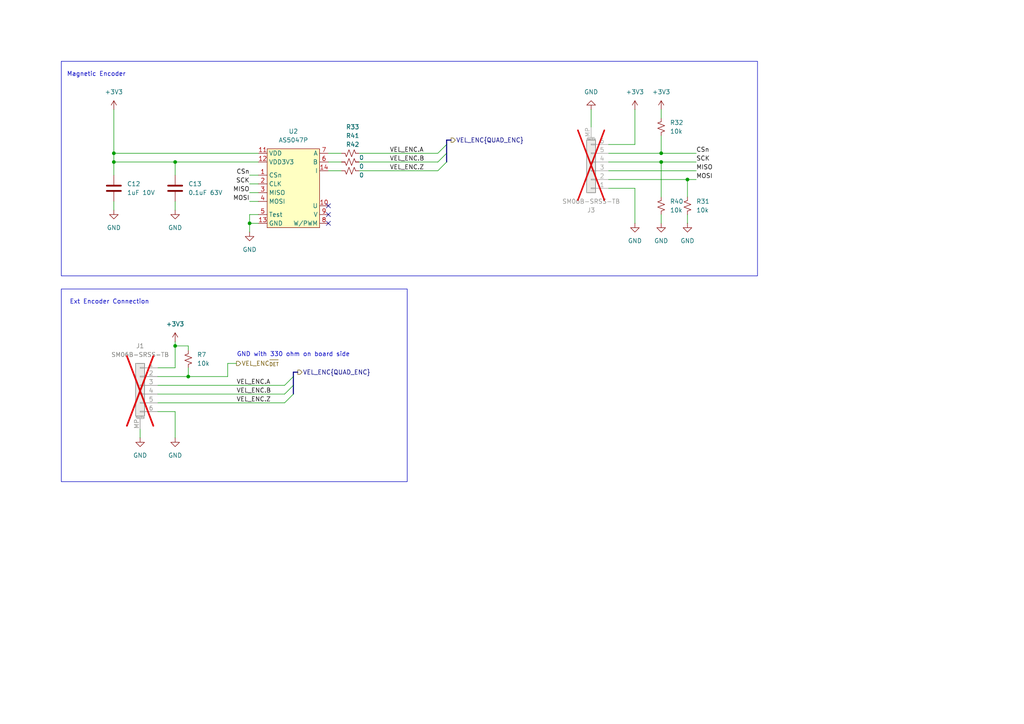
<source format=kicad_sch>
(kicad_sch (version 20250114) (generator "eeschema") (generator_version "9.0")
  (paper "A4")
  (lib_symbols
    (symbol "Connector_Generic_MountingPin:Conn_01x06_MountingPin" (pin_names (offset 1.016) (hide yes))
      (property "Reference" "J" (at 0 7.62 0))
      (property "Value" "Conn_01x06_MountingPin" (at 1.27 -10.16 0))
      (symbol "Conn_01x06_MountingPin_1_1"
        (rectangle (start -1.27 6.35) (end 1.27 -8.89) (stroke (width 0.254)) (fill (type background)))
        (rectangle (start -1.27 5.207) (end 0 4.953) (stroke (width 0.1524)))
        (rectangle (start -1.27 2.667) (end 0 2.413) (stroke (width 0.1524)))
        (rectangle (start -1.27 0.127) (end 0 -0.127) (stroke (width 0.1524)))
        (rectangle (start -1.27 -2.413) (end 0 -2.667) (stroke (width 0.1524)))
        (rectangle (start -1.27 -4.953) (end 0 -5.207) (stroke (width 0.1524)))
        (rectangle (start -1.27 -7.493) (end 0 -7.747) (stroke (width 0.1524)))
        (polyline (pts (xy -1.016 -9.652) (xy 1.016 -9.652)) (stroke (width 0.1524)))
        (text "Mounting" (at 0 -9.271 0) (effects (font (size 0.381 0.381))))
        (pin passive line (at -5.08 5.08 0) (length 3.81) (name "Pin_1") (number "1"))
        (pin passive line (at -5.08 2.54 0) (length 3.81) (name "Pin_2") (number "2"))
        (pin passive line (at -5.08 0 0) (length 3.81) (name "Pin_3") (number "3"))
        (pin passive line (at -5.08 -2.54 0) (length 3.81) (name "Pin_4") (number "4"))
        (pin passive line (at -5.08 -5.08 0) (length 3.81) (name "Pin_5") (number "5"))
        (pin passive line (at -5.08 -7.62 0) (length 3.81) (name "Pin_6") (number "6"))
        (pin passive line (at 0 -12.7 90) (length 3.048) (name "MountPin") (number "MP"))
      )
    )
    (symbol "Device:C" (pin_numbers (hide yes)) (pin_names (offset 0.254))
      (property "Reference" "C" (at 0.635 2.54 0))
      (property "Value" "C" (at 0.635 -2.54 0))
      (symbol "C_0_1"
        (polyline (pts (xy -2.032 0.762) (xy 2.032 0.762)) (stroke (width 0.508)))
        (polyline (pts (xy -2.032 -0.762) (xy 2.032 -0.762)) (stroke (width 0.508)))
      )
      (symbol "C_1_1"
        (pin passive line (at 0 3.81 270) (length 2.794) (name "~") (number "1"))
        (pin passive line (at 0 -3.81 90) (length 2.794) (name "~") (number "2"))
      )
    )
    (symbol "Device:R_Small_US" (pin_numbers (hide yes)) (pin_names (offset 0.254) (hide yes))
      (property "Reference" "R" (at 0.762 0.508 0))
      (property "Value" "R_Small_US" (at 0.762 -1.016 0))
      (symbol "R_Small_US_1_1"
        (polyline (pts (xy 0 1.524) (xy 1.016 1.143) (xy 0 0.762) (xy -1.016 0.381) (xy 0 0)))
        (polyline (pts (xy 0 0) (xy 1.016 -0.381) (xy 0 -0.762) (xy -1.016 -1.143) (xy 0 -1.524)))
        (pin passive line (at 0 2.54 270) (length 1.016) (name "~") (number "1"))
        (pin passive line (at 0 -2.54 90) (length 1.016) (name "~") (number "2"))
      )
    )
    (symbol "ams:AS5047P"
      (property "Reference" "U" (at -6.35 12.7 0))
      (property "Value" "AS5047P" (at -2.54 -12.7 0))
      (symbol "AS5047P_0_1"
        (rectangle (start -7.62 11.43) (end 7.62 -11.43) (stroke (width 0.1524)) (fill (type background)))
      )
      (symbol "AS5047P_1_1"
        (pin power_in line (at -10.16 10.16 0) (length 2.54) (name "VDD") (number "11"))
        (pin power_out line (at -10.16 7.62 0) (length 2.54) (name "VDD3V3") (number "12"))
        (pin input line (at -10.16 3.81 0) (length 2.54) (name "CSn") (number "1"))
        (pin input line (at -10.16 1.27 0) (length 2.54) (name "CLK") (number "2"))
        (pin output line (at -10.16 -1.27 0) (length 2.54) (name "MISO") (number "3"))
        (pin input line (at -10.16 -3.81 0) (length 2.54) (name "MOSI") (number "4"))
        (pin input line (at -10.16 -7.62 0) (length 2.54) (name "Test") (number "5"))
        (pin power_in line (at -10.16 -10.16 0) (length 2.54) (name "GND") (number "13"))
        (pin output line (at 10.16 10.16 180) (length 2.54) (name "A") (number "7"))
        (pin output line (at 10.16 7.62 180) (length 2.54) (name "B") (number "6"))
        (pin output line (at 10.16 5.08 180) (length 2.54) (name "I") (number "14"))
        (pin output line (at 10.16 -5.08 180) (length 2.54) (name "U") (number "10"))
        (pin output line (at 10.16 -7.62 180) (length 2.54) (name "V") (number "9"))
        (pin output line (at 10.16 -10.16 180) (length 2.54) (name "W/PWM") (number "8"))
      )
    )
    (symbol "power:+3V3" (power) (pin_numbers (hide yes)) (pin_names (offset 0) (hide yes))
      (property "Value" "+3V3" (at 0 3.556 0))
      (symbol "+3V3_0_1"
        (polyline (pts (xy -0.762 1.27) (xy 0 2.54)))
        (polyline (pts (xy 0 2.54) (xy 0.762 1.27)))
        (polyline (pts (xy 0 0) (xy 0 2.54)))
      )
      (symbol "+3V3_1_1"
        (pin power_in line (at 0 0 90) (length 0) (name "~") (number "1"))
      )
    )
    (symbol "power:GND" (power) (pin_numbers (hide yes)) (pin_names (offset 0) (hide yes))
      (property "Value" "GND" (at 0 -3.81 0))
      (symbol "GND_0_1"
        (polyline (pts (xy 0 0) (xy 0 -1.27) (xy 1.27 -1.27) (xy 0 -2.54) (xy -1.27 -1.27) (xy 0 -1.27)))
      )
      (symbol "GND_1_1"
        (pin power_in line (at 0 0 270) (length 0) (name "~") (number "1"))
      )
    )
  )
  (rectangle (start 17.78 17.78) (end 219.71 80.01))
  (rectangle (start 17.78 83.82) (end 118.11 139.7))
  (text "Ext Encoder Connection" (at 31.75 87.63 0) (effects (font (size 1.27 1.27))))
  (text "Magnetic Encoder" (at 27.94 21.59 0) (effects (font (size 1.27 1.27))))
  (text "GND with 330 ohm on board side" (at 85.09 102.87 0) (effects (font (size 1.27 1.27))))
  (junction (at 191.77 44.45))
  (junction (at 33.02 46.99))
  (junction (at 50.8 100.33))
  (junction (at 191.77 46.99))
  (junction (at 199.39 52.07))
  (junction (at 54.61 109.22))
  (junction (at 72.39 64.77))
  (junction (at 50.8 46.99))
  (junction (at 33.02 44.45))
  (no_connect (at 95.25 59.69))
  (no_connect (at 95.25 64.77))
  (no_connect (at 95.25 62.23))
  (bus_entry (at 85.09 109.22) (size -2.54 2.54))
  (bus_entry (at 85.09 111.76) (size -2.54 2.54))
  (bus_entry (at 85.09 114.3) (size -2.54 2.54))
  (bus_entry (at 129.54 46.99) (size -2.54 2.54))
  (bus_entry (at 129.54 41.91) (size -2.54 2.54))
  (bus_entry (at 129.54 44.45) (size -2.54 2.54))
  (wire (pts (xy 176.53 44.45) (xy 191.77 44.45)))
  (wire (pts (xy 176.53 54.61) (xy 184.15 54.61)))
  (bus (pts (xy 85.09 109.22) (xy 85.09 111.76)))
  (wire (pts (xy 191.77 31.75) (xy 191.77 34.29)))
  (wire (pts (xy 54.61 100.33) (xy 50.8 100.33)))
  (wire (pts (xy 68.58 105.41) (xy 66.04 105.41)))
  (wire (pts (xy 191.77 46.99) (xy 201.93 46.99)))
  (wire (pts (xy 33.02 58.42) (xy 33.02 60.96)))
  (wire (pts (xy 72.39 55.88) (xy 74.93 55.88)))
  (wire (pts (xy 40.64 124.46) (xy 40.64 127)))
  (wire (pts (xy 45.72 119.38) (xy 50.8 119.38)))
  (wire (pts (xy 95.25 49.53) (xy 99.06 49.53)))
  (wire (pts (xy 54.61 101.6) (xy 54.61 100.33)))
  (wire (pts (xy 104.14 46.99) (xy 127 46.99)))
  (wire (pts (xy 95.25 46.99) (xy 99.06 46.99)))
  (wire (pts (xy 45.72 111.76) (xy 82.55 111.76)))
  (wire (pts (xy 72.39 53.34) (xy 74.93 53.34)))
  (wire (pts (xy 199.39 62.23) (xy 199.39 64.77)))
  (wire (pts (xy 72.39 64.77) (xy 72.39 67.31)))
  (wire (pts (xy 50.8 58.42) (xy 50.8 60.96)))
  (wire (pts (xy 199.39 52.07) (xy 199.39 57.15)))
  (wire (pts (xy 33.02 46.99) (xy 50.8 46.99)))
  (wire (pts (xy 33.02 44.45) (xy 74.93 44.45)))
  (wire (pts (xy 184.15 31.75) (xy 184.15 41.91)))
  (wire (pts (xy 199.39 52.07) (xy 201.93 52.07)))
  (wire (pts (xy 45.72 114.3) (xy 82.55 114.3)))
  (wire (pts (xy 50.8 119.38) (xy 50.8 127)))
  (wire (pts (xy 176.53 46.99) (xy 191.77 46.99)))
  (wire (pts (xy 72.39 62.23) (xy 72.39 64.77)))
  (wire (pts (xy 45.72 116.84) (xy 82.55 116.84)))
  (wire (pts (xy 33.02 44.45) (xy 33.02 31.75)))
  (wire (pts (xy 191.77 46.99) (xy 191.77 57.15)))
  (bus (pts (xy 85.09 107.95) (xy 85.09 109.22)))
  (wire (pts (xy 50.8 46.99) (xy 50.8 50.8)))
  (wire (pts (xy 104.14 49.53) (xy 127 49.53)))
  (wire (pts (xy 72.39 64.77) (xy 74.93 64.77)))
  (wire (pts (xy 50.8 46.99) (xy 74.93 46.99)))
  (wire (pts (xy 50.8 100.33) (xy 50.8 99.06)))
  (bus (pts (xy 129.54 40.64) (xy 129.54 41.91)))
  (wire (pts (xy 176.53 49.53) (xy 201.93 49.53)))
  (bus (pts (xy 129.54 44.45) (xy 129.54 46.99)))
  (wire (pts (xy 176.53 41.91) (xy 184.15 41.91)))
  (wire (pts (xy 171.45 36.83) (xy 171.45 31.75)))
  (wire (pts (xy 72.39 50.8) (xy 74.93 50.8)))
  (wire (pts (xy 191.77 44.45) (xy 201.93 44.45)))
  (wire (pts (xy 33.02 46.99) (xy 33.02 44.45)))
  (wire (pts (xy 176.53 52.07) (xy 199.39 52.07)))
  (wire (pts (xy 95.25 44.45) (xy 99.06 44.45)))
  (wire (pts (xy 50.8 106.68) (xy 50.8 100.33)))
  (wire (pts (xy 104.14 44.45) (xy 127 44.45)))
  (bus (pts (xy 86.36 107.95) (xy 85.09 107.95)))
  (bus (pts (xy 129.54 41.91) (xy 129.54 44.45)))
  (wire (pts (xy 184.15 54.61) (xy 184.15 64.77)))
  (wire (pts (xy 54.61 106.68) (xy 54.61 109.22)))
  (wire (pts (xy 45.72 109.22) (xy 54.61 109.22)))
  (wire (pts (xy 45.72 106.68) (xy 50.8 106.68)))
  (wire (pts (xy 72.39 58.42) (xy 74.93 58.42)))
  (wire (pts (xy 54.61 109.22) (xy 66.04 109.22)))
  (wire (pts (xy 191.77 39.37) (xy 191.77 44.45)))
  (wire (pts (xy 191.77 62.23) (xy 191.77 64.77)))
  (bus (pts (xy 130.81 40.64) (xy 129.54 40.64)))
  (bus (pts (xy 85.09 111.76) (xy 85.09 114.3)))
  (wire (pts (xy 66.04 105.41) (xy 66.04 109.22)))
  (wire (pts (xy 72.39 62.23) (xy 74.93 62.23)))
  (wire (pts (xy 33.02 46.99) (xy 33.02 50.8)))
  (label "CSn" (at 72.39 50.8 180))
  (label "VEL_ENC.B" (at 68.58 114.3 0))
  (label "SCK" (at 201.93 46.99 0))
  (label "VEL_ENC.B" (at 113.03 46.99 0))
  (label "MOSI" (at 72.39 58.42 180))
  (label "CSn" (at 201.93 44.45 0))
  (label "VEL_ENC.A" (at 113.03 44.45 0))
  (label "VEL_ENC.Z" (at 68.58 116.84 0))
  (label "SCK" (at 72.39 53.34 180))
  (label "MISO" (at 72.39 55.88 180))
  (label "MISO" (at 201.93 49.53 0))
  (label "VEL_ENC.Z" (at 113.03 49.53 0))
  (label "MOSI" (at 201.93 52.07 0))
  (label "VEL_ENC.A" (at 68.58 111.76 0))
  (hierarchical_label "VEL_ENC_{~{DET}}" (shape output) (at 68.58 105.41 0))
  (hierarchical_label "VEL_ENC{QUAD_ENC}" (shape output) (at 130.81 40.64 0))
  (hierarchical_label "VEL_ENC{QUAD_ENC}" (shape output) (at 86.36 107.95 0))
  (symbol (lib_id "Device:R_Small_US") (at 101.6 44.45 270) (mirror x) (unit 1)
    (property "Reference" "R33" (at 100.33 36.83 90) (effects (justify left)))
    (property "Value" "0" (at 104.14 45.72 90) (effects (justify left)))
    (property "Footprint" "Resistor_SMD:R_0402_1005Metric" (effects (hide yes)))
    (property "Description" "Resistor, small US symbol" (effects (hide yes)))
    (property "LCSC" "C17168" (effects (hide yes)))
  )
  (symbol (lib_id "power:GND") (at 50.8 127 0) (mirror y) (unit 1)
    (property "Reference" "#PWR010" (effects (hide yes)))
    (property "Value" "GND" (at 50.8 132.08 0))
    (property "Description" "Power symbol creates a global label with name \"GND\" , ground" (effects (hide yes)))
  )
  (symbol (lib_id "power:+3V3") (at 33.02 31.75 0) (unit 1)
    (property "Reference" "#PWR032" (effects (hide yes)))
    (property "Value" "+3V3" (at 33.02 26.67 0))
    (property "Description" "Power symbol creates a global label with name \"+3V3\"" (effects (hide yes)))
  )
  (symbol (lib_id "power:GND") (at 72.39 67.31 0) (unit 1)
    (property "Reference" "#PWR030" (effects (hide yes)))
    (property "Value" "GND" (at 72.39 72.39 0))
    (property "Description" "Power symbol creates a global label with name \"GND\" , ground" (effects (hide yes)))
  )
  (symbol (lib_id "power:GND") (at 171.45 31.75 0) (mirror x) (unit 1)
    (property "Reference" "#PWR035" (effects (hide yes)))
    (property "Value" "GND" (at 171.45 26.67 0))
    (property "Description" "Power symbol creates a global label with name \"GND\" , ground" (effects (hide yes)))
  )
  (symbol (lib_id "power:GND") (at 40.64 127 0) (mirror y) (unit 1)
    (property "Reference" "#PWR018" (effects (hide yes)))
    (property "Value" "GND" (at 40.64 132.08 0))
    (property "Description" "Power symbol creates a global label with name \"GND\" , ground" (effects (hide yes)))
  )
  (symbol (lib_id "Connector_Generic_MountingPin:Conn_01x06_MountingPin") (at 40.64 111.76 0) (mirror y) (unit 1) (dnp yes)
    (property "Reference" "J1" (at 40.64 100.33 0))
    (property "Value" "SM06B-SRSS-TB" (at 40.64 102.87 0))
    (property "Footprint" "Connector_JST:JST_SH_SM06B-SRSS-TB_1x06-1MP_P1.00mm_Horizontal" (effects (hide yes)))
    (property "Description" "Generic connectable mounting pin connector, single row, 01x06, script generated (kicad-library-utils/schlib/autogen/connector/)" (effects (hide yes)))
    (property "LCSC" "C160405" (effects (hide yes)))
  )
  (symbol (lib_id "Device:R_Small_US") (at 101.6 49.53 270) (mirror x) (unit 1)
    (property "Reference" "R42" (at 100.33 41.91 90) (effects (justify left)))
    (property "Value" "0" (at 104.14 50.8 90) (effects (justify left)))
    (property "Footprint" "Resistor_SMD:R_0402_1005Metric" (effects (hide yes)))
    (property "Description" "Resistor, small US symbol" (effects (hide yes)))
    (property "LCSC" "C17168" (effects (hide yes)))
  )
  (symbol (lib_id "power:GND") (at 33.02 60.96 0) (unit 1)
    (property "Reference" "#PWR038" (effects (hide yes)))
    (property "Value" "GND" (at 33.02 66.04 0))
    (property "Description" "Power symbol creates a global label with name \"GND\" , ground" (effects (hide yes)))
  )
  (symbol (lib_id "power:GND") (at 184.15 64.77 0) (unit 1)
    (property "Reference" "#PWR037" (effects (hide yes)))
    (property "Value" "GND" (at 184.15 69.85 0))
    (property "Description" "Power symbol creates a global label with name \"GND\" , ground" (effects (hide yes)))
  )
  (symbol (lib_id "Device:C") (at 33.02 54.61 0) (unit 1)
    (property "Reference" "C12" (at 36.83 53.3399 0) (effects (justify left)))
    (property "Value" "1uF 10V" (at 36.83 55.8799 0) (effects (justify left)))
    (property "Footprint" "Capacitor_SMD:C_0402_1005Metric" (effects (hide yes)))
    (property "Description" "Unpolarized capacitor" (effects (hide yes)))
    (property "LCSC" "C14445" (effects (hide yes)))
  )
  (symbol (lib_id "power:+3V3") (at 50.8 99.06 0) (unit 1)
    (property "Reference" "#PWR09" (effects (hide yes)))
    (property "Value" "+3V3" (at 50.8 93.98 0))
    (property "Description" "Power symbol creates a global label with name \"+3V3\"" (effects (hide yes)))
  )
  (symbol (lib_id "Device:C") (at 50.8 54.61 0) (unit 1)
    (property "Reference" "C13" (at 54.61 53.3399 0) (effects (justify left)))
    (property "Value" "0.1uF 63V" (at 54.61 55.8799 0) (effects (justify left)))
    (property "Footprint" "Capacitor_SMD:C_0402_1005Metric" (effects (hide yes)))
    (property "Description" "Unpolarized capacitor" (effects (hide yes)))
    (property "LCSC" "C131394" (effects (hide yes)))
  )
  (symbol (lib_id "ams:AS5047P") (at 85.09 54.61 0) (unit 1)
    (property "Reference" "U2" (at 85.09 38.1 0))
    (property "Value" "AS5047P" (at 85.09 40.64 0))
    (property "Footprint" "Package_SO:TSSOP-14_4.4x5mm_P0.65mm" (effects (hide yes)))
    (property "LCSC" "C962063" (effects (hide yes)))
  )
  (symbol (lib_id "Device:R_Small_US") (at 54.61 104.14 0) (mirror x) (unit 1)
    (property "Reference" "R7" (at 57.15 102.87 0) (effects (justify left)))
    (property "Value" "10k" (at 57.15 105.41 0) (effects (justify left)))
    (property "Footprint" "Resistor_SMD:R_0402_1005Metric" (effects (hide yes)))
    (property "Description" "Resistor, small US symbol" (effects (hide yes)))
    (property "LCSC" "C60490" (effects (hide yes)))
  )
  (symbol (lib_id "Device:R_Small_US") (at 191.77 36.83 0) (mirror x) (unit 1)
    (property "Reference" "R32" (at 194.31 35.56 0) (effects (justify left)))
    (property "Value" "10k" (at 194.31 38.1 0) (effects (justify left)))
    (property "Footprint" "Resistor_SMD:R_0402_1005Metric" (effects (hide yes)))
    (property "Description" "Resistor, small US symbol" (effects (hide yes)))
    (property "LCSC" "C60490" (effects (hide yes)))
  )
  (symbol (lib_id "Device:R_Small_US") (at 191.77 59.69 0) (mirror x) (unit 1)
    (property "Reference" "R40" (at 194.31 58.42 0) (effects (justify left)))
    (property "Value" "10k" (at 194.31 60.96 0) (effects (justify left)))
    (property "Footprint" "Resistor_SMD:R_0402_1005Metric" (effects (hide yes)))
    (property "Description" "Resistor, small US symbol" (effects (hide yes)))
    (property "LCSC" "C60490" (effects (hide yes)))
  )
  (symbol (lib_id "power:GND") (at 191.77 64.77 0) (unit 1)
    (property "Reference" "#PWR039" (effects (hide yes)))
    (property "Value" "GND" (at 191.77 69.85 0))
    (property "Description" "Power symbol creates a global label with name \"GND\" , ground" (effects (hide yes)))
  )
  (symbol (lib_id "power:GND") (at 50.8 60.96 0) (unit 1)
    (property "Reference" "#PWR033" (effects (hide yes)))
    (property "Value" "GND" (at 50.8 66.04 0))
    (property "Description" "Power symbol creates a global label with name \"GND\" , ground" (effects (hide yes)))
  )
  (symbol (lib_id "power:+3V3") (at 184.15 31.75 0) (unit 1)
    (property "Reference" "#PWR034" (effects (hide yes)))
    (property "Value" "+3V3" (at 184.15 26.67 0))
    (property "Description" "Power symbol creates a global label with name \"+3V3\"" (effects (hide yes)))
  )
  (symbol (lib_id "Connector_Generic_MountingPin:Conn_01x06_MountingPin") (at 171.45 49.53 180) (unit 1) (dnp yes)
    (property "Reference" "J3" (at 171.45 60.96 0))
    (property "Value" "SM06B-SRSS-TB" (at 171.45 58.42 0))
    (property "Footprint" "Connector_JST:JST_SH_SM06B-SRSS-TB_1x06-1MP_P1.00mm_Horizontal" (effects (hide yes)))
    (property "Description" "Generic connectable mounting pin connector, single row, 01x06, script generated (kicad-library-utils/schlib/autogen/connector/)" (effects (hide yes)))
    (property "LCSC" "C160405" (effects (hide yes)))
  )
  (symbol (lib_id "Device:R_Small_US") (at 101.6 46.99 270) (mirror x) (unit 1)
    (property "Reference" "R41" (at 100.33 39.37 90) (effects (justify left)))
    (property "Value" "0" (at 104.14 48.26 90) (effects (justify left)))
    (property "Footprint" "Resistor_SMD:R_0402_1005Metric" (effects (hide yes)))
    (property "Description" "Resistor, small US symbol" (effects (hide yes)))
    (property "LCSC" "C17168" (effects (hide yes)))
  )
  (symbol (lib_id "power:GND") (at 199.39 64.77 0) (unit 1)
    (property "Reference" "#PWR040" (effects (hide yes)))
    (property "Value" "GND" (at 199.39 69.85 0))
    (property "Description" "Power symbol creates a global label with name \"GND\" , ground" (effects (hide yes)))
  )
  (symbol (lib_id "Device:R_Small_US") (at 199.39 59.69 0) (mirror x) (unit 1)
    (property "Reference" "R31" (at 201.93 58.42 0) (effects (justify left)))
    (property "Value" "10k" (at 201.93 60.96 0) (effects (justify left)))
    (property "Footprint" "Resistor_SMD:R_0402_1005Metric" (effects (hide yes)))
    (property "Description" "Resistor, small US symbol" (effects (hide yes)))
    (property "LCSC" "C60490" (effects (hide yes)))
  )
  (symbol (lib_id "power:+3V3") (at 191.77 31.75 0) (unit 1)
    (property "Reference" "#PWR031" (effects (hide yes)))
    (property "Value" "+3V3" (at 191.77 26.67 0))
    (property "Description" "Power symbol creates a global label with name \"+3V3\"" (effects (hide yes)))
  )
)
</source>
